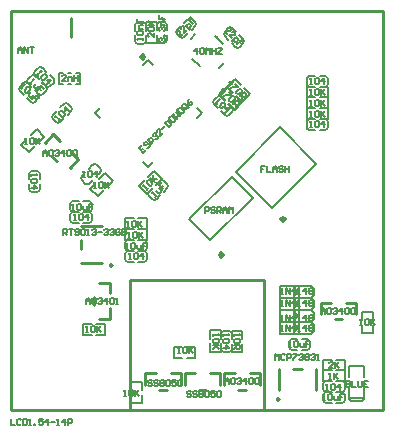
<source format=gto>
G04*
G04 #@! TF.GenerationSoftware,Altium Limited,Altium Designer,20.1.10 (176)*
G04*
G04 Layer_Color=65535*
%FSLAX25Y25*%
%MOIN*%
G70*
G04*
G04 #@! TF.SameCoordinates,F252A181-4E7B-4898-9581-9C64CF10C23C*
G04*
G04*
G04 #@! TF.FilePolarity,Positive*
G04*
G01*
G75*
%ADD10C,0.00600*%
%ADD11C,0.01181*%
%ADD12C,0.01000*%
%ADD13C,0.00787*%
%ADD14R,0.00700X0.01400*%
D10*
X67000Y31743D02*
X66707Y32450D01*
X66000Y32743D01*
X64400D02*
X63693Y32450D01*
X63400Y31743D01*
X63400Y26600D02*
X63693Y25893D01*
X64400Y25600D01*
X66000D02*
X66707Y25893D01*
X67000Y26600D01*
X67202Y133544D02*
X66495Y133837D01*
X65788Y133544D01*
X64657Y132413D02*
X64364Y131705D01*
X64657Y130998D01*
X68293Y127362D02*
X69000Y127069D01*
X69707Y127362D01*
X70838Y128493D02*
X71131Y129200D01*
X70838Y129907D01*
X48761Y133107D02*
X48469Y132400D01*
X48761Y131693D01*
X49893Y130561D02*
X50600Y130269D01*
X51307Y130561D01*
X54944Y134198D02*
X55237Y134905D01*
X54944Y135612D01*
X53813Y136743D02*
X53105Y137036D01*
X52398Y136743D01*
X45638Y80243D02*
X45931Y80950D01*
X45638Y81657D01*
X44507Y82788D02*
X43800Y83081D01*
X43093Y82788D01*
X39456Y79152D02*
X39163Y78445D01*
X39456Y77738D01*
X40587Y76607D02*
X41295Y76314D01*
X42002Y76607D01*
X5119Y114235D02*
X5826Y113942D01*
X6533Y114235D01*
X7665Y115366D02*
X7958Y116074D01*
X7665Y116781D01*
X4028Y120418D02*
X3321Y120711D01*
X2614Y120418D01*
X1483Y119286D02*
X1190Y118579D01*
X1483Y117872D01*
X8557Y102258D02*
X9264Y101965D01*
X9971Y102258D01*
X7425Y104803D02*
X7133Y104096D01*
X7425Y103389D01*
X12477Y108440D02*
X11769Y108732D01*
X11062Y108440D01*
X13608Y105894D02*
X13901Y106601D01*
X13608Y107308D01*
X18150Y81819D02*
X18857Y81526D01*
X19565Y81819D01*
X17019Y84364D02*
X16726Y83657D01*
X17019Y82950D01*
X22070Y88001D02*
X21363Y88294D01*
X20656Y88001D01*
X23201Y85455D02*
X23494Y86162D01*
X23201Y86870D01*
X67243Y105687D02*
X67536Y106395D01*
X67243Y107102D01*
X64698Y104556D02*
X65405Y104263D01*
X66112Y104556D01*
X61062Y109607D02*
X60769Y108900D01*
X61062Y108193D01*
X63607Y110739D02*
X62900Y111031D01*
X62193Y110739D01*
X-992Y116670D02*
X-1285Y115963D01*
X-992Y115256D01*
X1553Y117801D02*
X846Y118094D01*
X139Y117801D01*
X5190Y112750D02*
X5483Y113457D01*
X5190Y114164D01*
X2644Y111619D02*
X3351Y111326D01*
X4059Y111619D01*
X-3538Y114124D02*
X-3830Y113417D01*
X-3538Y112710D01*
X-992Y115256D02*
X-1699Y115549D01*
X-2406Y115256D01*
X2644Y110205D02*
X2937Y110912D01*
X2644Y111619D01*
X99Y109073D02*
X806Y108780D01*
X1513Y109073D01*
X92000Y115100D02*
X92293Y114393D01*
X93000Y114100D01*
Y117700D02*
X92293Y117407D01*
X92000Y116700D01*
X99143Y116700D02*
X98850Y117407D01*
X98143Y117700D01*
Y114100D02*
X98850Y114393D01*
X99143Y115100D01*
X92000Y100700D02*
X92293Y99993D01*
X93000Y99700D01*
Y103300D02*
X92293Y103007D01*
X92000Y102300D01*
X99143Y102300D02*
X98850Y103007D01*
X98143Y103300D01*
Y99700D02*
X98850Y99993D01*
X99143Y100700D01*
X500Y86100D02*
X-207Y85807D01*
X-500Y85100D01*
X3100D02*
X2807Y85807D01*
X2100Y86100D01*
X2100Y78957D02*
X2807Y79250D01*
X3100Y79957D01*
X-500D02*
X-207Y79250D01*
X500Y78957D01*
X44600Y128557D02*
X45307Y128850D01*
X45600Y129557D01*
X42000D02*
X42293Y128850D01*
X43000Y128557D01*
X43000Y135700D02*
X42293Y135407D01*
X42000Y134700D01*
X45600D02*
X45307Y135407D01*
X44600Y135700D01*
X37400Y128457D02*
X38107Y128750D01*
X38400Y129457D01*
X34800D02*
X35093Y128750D01*
X35800Y128457D01*
X35800Y135600D02*
X35093Y135307D01*
X34800Y134600D01*
X38400D02*
X38107Y135307D01*
X37400Y135600D01*
X38743Y58400D02*
X38450Y59107D01*
X37743Y59400D01*
Y55800D02*
X38450Y56093D01*
X38743Y56800D01*
X31600Y56800D02*
X31893Y56093D01*
X32600Y55800D01*
Y59400D02*
X31893Y59107D01*
X31600Y58400D01*
X38743Y62000D02*
X38450Y62707D01*
X37743Y63000D01*
Y59400D02*
X38450Y59693D01*
X38743Y60400D01*
X31600Y60400D02*
X31893Y59693D01*
X32600Y59400D01*
Y63000D02*
X31893Y62707D01*
X31600Y62000D01*
X13257Y73300D02*
X13550Y72593D01*
X14257Y72300D01*
Y75900D02*
X13550Y75607D01*
X13257Y74900D01*
X20400Y74900D02*
X20107Y75607D01*
X19400Y75900D01*
Y72300D02*
X20107Y72593D01*
X20400Y73300D01*
X13273Y69642D02*
X13566Y68935D01*
X14273Y68642D01*
Y72242D02*
X13566Y71949D01*
X13273Y71242D01*
X20416Y71241D02*
X20123Y71948D01*
X19416Y72241D01*
Y68641D02*
X20123Y68934D01*
X20416Y69641D01*
X104700Y14900D02*
X104407Y15607D01*
X103700Y15900D01*
Y12300D02*
X104407Y12593D01*
X104700Y13300D01*
X97557Y13300D02*
X97850Y12593D01*
X98557Y12300D01*
Y15900D02*
X97850Y15607D01*
X97557Y14900D01*
X104700Y11300D02*
X104407Y12007D01*
X103700Y12300D01*
Y8700D02*
X104407Y8993D01*
X104700Y9700D01*
X97557Y9700D02*
X97850Y8993D01*
X98557Y8700D01*
Y12300D02*
X97850Y12007D01*
X97557Y11300D01*
X86100Y27400D02*
X86393Y26693D01*
X87100Y26400D01*
Y30000D02*
X86393Y29707D01*
X86100Y29000D01*
X93243Y29000D02*
X92950Y29707D01*
X92243Y30000D01*
Y26400D02*
X92950Y26693D01*
X93243Y27400D01*
X70600Y25557D02*
Y28357D01*
X67000Y29900D02*
Y32700D01*
X67000Y25557D02*
X70600D01*
X67000D02*
Y28357D01*
X67000Y32700D02*
X70600D01*
Y29900D02*
Y32700D01*
X64400Y32743D02*
X66000D01*
X63400Y29943D02*
Y31743D01*
X67000Y29943D02*
X67000Y31743D01*
X64400Y25600D02*
X66000D01*
X67000Y26600D02*
Y28400D01*
X63400Y26600D02*
Y28400D01*
Y25700D02*
Y28500D01*
X59800Y32843D02*
X59800Y30043D01*
X59800Y25700D02*
X63400D01*
X59800D02*
Y28500D01*
X59800Y32843D02*
X63400Y32843D01*
Y30043D02*
Y32843D01*
X47700Y23700D02*
X50500Y23700D01*
X52043Y27300D02*
X54843D01*
X47700Y23700D02*
Y27300D01*
X50500D01*
X54843Y27300D02*
X54843Y23700D01*
X52043D02*
X54843D01*
X37200Y8600D02*
X37200Y11400D01*
X33600Y12943D02*
Y15743D01*
X33600Y8600D02*
X37200D01*
X33600D02*
Y11400D01*
X33600Y15743D02*
X37200D01*
Y12943D02*
Y15743D01*
X114000Y31957D02*
Y34757D01*
X110400Y36300D02*
Y39100D01*
X110400Y31957D02*
X114000D01*
X110400D02*
Y34757D01*
X110400Y39100D02*
X114000D01*
Y36300D02*
Y39100D01*
X88200Y33800D02*
X89200Y33800D01*
X87800Y32400D02*
Y35200D01*
Y32400D02*
X89200Y33800D01*
X87800Y35200D02*
X89200Y33800D01*
X89500Y32300D02*
Y35300D01*
X90777Y35800D02*
X93400D01*
X94400Y34800D01*
Y32800D02*
Y34800D01*
X90777Y31800D02*
X93400D01*
X94400Y32800D01*
X83200Y35800D02*
X90777D01*
X83200Y31800D02*
X90777Y31800D01*
X83200Y31800D02*
Y35800D01*
X64657Y132413D02*
X65788Y133544D01*
X64657Y130998D02*
X65929Y129726D01*
X67202Y133544D02*
X68475Y132271D01*
X69707Y127362D02*
X70838Y128493D01*
X69566Y131180D02*
X70838Y129907D01*
X67020Y128634D02*
X68293Y127362D01*
X48761Y131693D02*
X49893Y130561D01*
X51307D02*
X52580Y131834D01*
X48761Y133107D02*
X50034Y134380D01*
X53813Y136743D02*
X54944Y135612D01*
X51126Y135471D02*
X52398Y136743D01*
X53671Y132925D02*
X54944Y134198D01*
X44507Y82788D02*
X45638Y81657D01*
X41820Y81516D02*
X43093Y82788D01*
X44366Y78970D02*
X45638Y80243D01*
X39456Y77738D02*
X40587Y76607D01*
X42002D02*
X43274Y77879D01*
X39456Y79152D02*
X40729Y80425D01*
X39220Y84016D02*
X41200Y85996D01*
X38695Y78399D02*
X40674Y80379D01*
X41200Y85996D02*
X43746Y83450D01*
X41766Y81470D02*
X43746Y83450D01*
X36149Y80945D02*
X38695Y78399D01*
X36149Y80945D02*
X38129Y82925D01*
X6533Y114235D02*
X7665Y115366D01*
X6392Y118053D02*
X7665Y116781D01*
X3847Y115508D02*
X5119Y114235D01*
X1483Y119286D02*
X2614Y120418D01*
X1483Y117872D02*
X2756Y116599D01*
X4028Y120418D02*
X5301Y119145D01*
X68409Y85809D02*
X80527Y73692D01*
X68409Y85809D02*
X83101Y100501D01*
X95218Y88384D01*
X80527Y73692D02*
X95218Y88384D01*
X52874Y69933D02*
X59945Y62862D01*
X52874Y69933D02*
X67016Y84075D01*
X74087Y77004D01*
X59945Y62862D02*
X74087Y77004D01*
X83200Y35800D02*
Y39800D01*
Y35800D02*
X90777Y35800D01*
X83200Y39800D02*
X90777D01*
X93400Y35800D02*
X94400Y36800D01*
X90777Y35800D02*
X93400D01*
X94400Y36800D02*
Y38800D01*
X93400Y39800D02*
X94400Y38800D01*
X90777Y39800D02*
X93400D01*
X89500Y36300D02*
Y39300D01*
X87800Y39200D02*
X89200Y37800D01*
X87800Y36400D02*
X89200Y37800D01*
X87800Y36400D02*
Y39200D01*
X88200Y37800D02*
X89200Y37800D01*
X83200Y43800D02*
Y47800D01*
Y43800D02*
X90777Y43800D01*
X83200Y47800D02*
X90777D01*
X93400Y43800D02*
X94400Y44800D01*
X90777Y43800D02*
X93400D01*
X94400Y44800D02*
Y46800D01*
X93400Y47800D02*
X94400Y46800D01*
X90777Y47800D02*
X93400D01*
X89500Y44300D02*
Y47300D01*
X87800Y47200D02*
X89200Y45800D01*
X87800Y44400D02*
X89200Y45800D01*
X87800Y44400D02*
Y47200D01*
X88200Y45800D02*
X89200Y45800D01*
X83200Y39800D02*
Y43800D01*
Y39800D02*
X90777Y39800D01*
X83200Y43800D02*
X90777D01*
X93400Y39800D02*
X94400Y40800D01*
X90777Y39800D02*
X93400D01*
X94400Y40800D02*
Y42800D01*
X93400Y43800D02*
X94400Y42800D01*
X90777Y43800D02*
X93400D01*
X89500Y40300D02*
Y43300D01*
X87800Y43200D02*
X89200Y41800D01*
X87800Y40400D02*
X89200Y41800D01*
X87800Y40400D02*
Y43200D01*
X88200Y41800D02*
X89200Y41800D01*
X25429Y80682D02*
X27408Y82662D01*
X24863Y85208D02*
X27408Y82662D01*
X19812Y80157D02*
X21792Y82137D01*
X19812Y80157D02*
X22357Y77612D01*
X22883Y83228D02*
X24863Y85208D01*
X22357Y77612D02*
X24337Y79592D01*
X68100Y116646D02*
X70080Y114666D01*
X65554Y114100D02*
X68100Y116646D01*
X68625Y111029D02*
X70605Y109049D01*
X73151Y111594D01*
X65554Y114100D02*
X67534Y112120D01*
X71171Y113574D02*
X73151Y111594D01*
X65500Y114046D02*
X67480Y112066D01*
X62954Y111500D02*
X65500Y114046D01*
X66025Y108429D02*
X68005Y106449D01*
X70551Y108994D01*
X62954Y111500D02*
X64934Y109520D01*
X68571Y110974D02*
X70551Y108994D01*
X92000Y114100D02*
X94800D01*
X92000Y110500D02*
Y114100D01*
X96343Y110500D02*
X99143D01*
Y114100D01*
X92000Y110500D02*
X94800D01*
X96343Y114100D02*
X99143D01*
X92000Y106900D02*
X94800D01*
X92000Y103300D02*
Y106900D01*
X96343Y103300D02*
X99143D01*
Y106900D01*
X92000Y103300D02*
X94800D01*
X96343Y106900D02*
X99143D01*
X42000Y132900D02*
Y135700D01*
X38400D02*
X42000D01*
X38400Y128557D02*
Y131357D01*
Y128557D02*
X42000D01*
X38400Y132900D02*
Y135700D01*
X42000Y128557D02*
Y131357D01*
X92000Y110500D02*
X94800D01*
X92000Y106900D02*
Y110500D01*
X96343Y106900D02*
X99143D01*
Y110500D01*
X92000Y106900D02*
X94800D01*
X96343Y110500D02*
X99143D01*
X2571Y95325D02*
X4551Y97305D01*
X2005Y99851D02*
X4551Y97305D01*
X-3046Y94800D02*
X-1066Y96780D01*
X-3046Y94800D02*
X-500Y92254D01*
X26Y97871D02*
X2005Y99851D01*
X-500Y92254D02*
X1480Y94234D01*
X31557Y70200D02*
X34357D01*
X31557Y66600D02*
Y70200D01*
X35900Y66600D02*
X38700D01*
Y70200D01*
X31557Y66600D02*
X34357D01*
X35900Y70200D02*
X38700D01*
X17557Y35000D02*
X20357D01*
X17557Y31400D02*
Y35000D01*
X21900Y31400D02*
X24700D01*
Y35000D01*
X17557Y31400D02*
X20357D01*
X21900Y35000D02*
X24700Y35000D01*
X101900Y15900D02*
X104700D01*
Y19500D01*
X97557Y19500D02*
X100357D01*
X97557Y15900D02*
Y19500D01*
X101900Y19500D02*
X104700D01*
X97557Y15900D02*
X100357Y15900D01*
X31557Y66600D02*
X34357D01*
X31557Y63000D02*
Y66600D01*
X35900Y63000D02*
X38700D01*
Y66600D01*
X31557Y63000D02*
X34357D01*
X35900Y66600D02*
X38700D01*
X97557Y23100D02*
X100357D01*
X97557Y19500D02*
Y23100D01*
X101900Y19500D02*
X104700D01*
Y23100D01*
X97557Y19500D02*
X100357D01*
X101900Y23100D02*
X104700D01*
X16643Y115000D02*
Y118600D01*
X12571Y115000D02*
X13571D01*
X12572Y118600D02*
X13572Y118600D01*
X9500Y115000D02*
X10900D01*
X9500Y118600D02*
X10900D01*
X9500Y115000D02*
Y118600D01*
X15243Y115000D02*
X16643D01*
X15243Y118600D02*
X16643D01*
X7425Y104803D02*
X8698Y106076D01*
X9971Y102258D02*
X11244Y103530D01*
X7425Y103389D02*
X8557Y102258D01*
X12335Y104621D02*
X13608Y105894D01*
X9789Y107167D02*
X11062Y108440D01*
X12477D02*
X13608Y107308D01*
X17019Y84364D02*
X18292Y85637D01*
X19565Y81819D02*
X20837Y83092D01*
X17019Y82950D02*
X18150Y81819D01*
X21928Y84183D02*
X23201Y85455D01*
X19383Y86728D02*
X20656Y88001D01*
X22070D02*
X23201Y86870D01*
X63425Y105829D02*
X64698Y104556D01*
X65971Y108374D02*
X67243Y107102D01*
X66112Y104556D02*
X67243Y105687D01*
X63607Y110739D02*
X64880Y109466D01*
X61062Y108193D02*
X62334Y106920D01*
X61062Y109607D02*
X62193Y110739D01*
X1553Y117801D02*
X2826Y116528D01*
X-992Y115256D02*
X281Y113983D01*
X-992Y116670D02*
X139Y117801D01*
X1372Y112892D02*
X2644Y111619D01*
X3917Y115437D02*
X5190Y114164D01*
X4059Y111619D02*
X5190Y112750D01*
X-992Y115256D02*
X281Y113983D01*
X-3538Y112710D02*
X-2265Y111437D01*
X-3538Y114124D02*
X-2406Y115256D01*
X-1174Y110346D02*
X99Y109073D01*
X1372Y112892D02*
X2644Y111619D01*
X1513Y109073D02*
X2644Y110205D01*
X93000Y117700D02*
X94800D01*
X93000Y114100D02*
X94800D01*
X92000Y115100D02*
Y116700D01*
X96343Y114100D02*
X98143Y114100D01*
X96343Y117700D02*
X98143D01*
X99143Y115100D02*
Y116700D01*
X93000Y103300D02*
X94800D01*
X93000Y99700D02*
X94800D01*
X92000Y100700D02*
Y102300D01*
X96343Y99700D02*
X98143Y99700D01*
X96343Y103300D02*
X98143D01*
X99143Y100700D02*
Y102300D01*
X3100Y83300D02*
Y85100D01*
X-500Y83300D02*
Y85100D01*
X500Y86100D02*
X2100D01*
X-500Y79957D02*
X-500Y81757D01*
X3100Y79957D02*
Y81757D01*
X500Y78957D02*
X2100D01*
X42000Y129557D02*
Y131357D01*
X45600Y129557D02*
Y131357D01*
X43000Y128557D02*
X44600D01*
X45600Y132900D02*
X45600Y134700D01*
X42000Y132900D02*
Y134700D01*
X43000Y135700D02*
X44600D01*
X34800Y129457D02*
Y131257D01*
X38400Y129457D02*
Y131257D01*
X35800Y128457D02*
X37400D01*
X38400Y132800D02*
X38400Y134600D01*
X34800Y132800D02*
Y134600D01*
X35800Y135600D02*
X37400D01*
X35943Y55800D02*
X37743D01*
X35943Y59400D02*
X37743D01*
X38743Y56800D02*
Y58400D01*
X32600Y59400D02*
X34400D01*
X32600Y55800D02*
X34400Y55800D01*
X31600Y56800D02*
Y58400D01*
X35943Y59400D02*
X37743D01*
X35943Y63000D02*
X37743D01*
X38743Y60400D02*
X38743Y62000D01*
X32600Y63000D02*
X34400D01*
X32600Y59400D02*
X34400D01*
X31600Y60400D02*
Y62000D01*
X14257Y75900D02*
X16057D01*
X14257Y72300D02*
X16057D01*
X13257Y73300D02*
Y74900D01*
X17600Y72300D02*
X19400Y72300D01*
X17600Y75900D02*
X19400D01*
X20400Y73300D02*
Y74900D01*
X14273Y72242D02*
X16073Y72242D01*
X14273Y68642D02*
X16073D01*
X13273Y69642D02*
Y71242D01*
X17616Y68641D02*
X19416Y68641D01*
X17616Y72241D02*
X19416Y72241D01*
X20416Y69641D02*
Y71241D01*
X101900Y12300D02*
X103700D01*
X101900Y15900D02*
X103700D01*
X104700Y13300D02*
Y14900D01*
X98557Y15900D02*
X100357Y15900D01*
X98557Y12300D02*
X100357D01*
X97557Y13300D02*
Y14900D01*
X101900Y8700D02*
X103700D01*
X101900Y12300D02*
X103700D01*
X104700Y9700D02*
Y11300D01*
X98557Y12300D02*
X100357Y12300D01*
X98557Y8700D02*
X100357D01*
X97557Y9700D02*
Y11300D01*
X87100Y30000D02*
X88900D01*
X87100Y26400D02*
X88900D01*
X86100Y27400D02*
Y29000D01*
X90443Y26400D02*
X92243Y26400D01*
X90443Y30000D02*
X92243D01*
X93243Y27400D02*
Y29000D01*
X106900Y9218D02*
X107000D01*
X106200Y9918D02*
X106900Y9218D01*
X110500D02*
X111200Y9918D01*
X110400Y9218D02*
X110500D01*
X106200Y17218D02*
Y21118D01*
X106300Y10218D02*
X111100D01*
X111200Y9918D02*
Y14318D01*
X107059Y9218D02*
X110241D01*
X111200Y17218D02*
Y21118D01*
X106300D02*
X111100D01*
X106200Y9918D02*
Y14318D01*
X107000Y9218D02*
X107059D01*
X110241D02*
X110400D01*
X53491Y130045D02*
X54976Y131530D01*
X53986Y123469D02*
X56602Y120853D01*
X62966Y120428D02*
X64592Y122055D01*
X61481Y131106D02*
X64168Y128419D01*
X61481Y131106D02*
X62330Y130257D01*
X31201Y11100D02*
X31867D01*
X31534D01*
Y13100D01*
X31201Y12766D01*
X32867D02*
X33200Y13100D01*
X33867D01*
X34200Y12766D01*
Y11434D01*
X33867Y11100D01*
X33200D01*
X32867Y11434D01*
Y12766D01*
X34866Y13100D02*
Y11100D01*
Y11767D01*
X36199Y13100D01*
X35199Y12100D01*
X36199Y11100D01*
X49001Y25200D02*
X49667D01*
X49334D01*
Y27200D01*
X49001Y26866D01*
X50667D02*
X51000Y27200D01*
X51667D01*
X52000Y26866D01*
Y25534D01*
X51667Y25200D01*
X51000D01*
X50667Y25534D01*
Y26866D01*
X52666Y27200D02*
Y25200D01*
Y25867D01*
X53999Y27200D01*
X53000Y26200D01*
X53999Y25200D01*
X40468Y15867D02*
X40135Y16200D01*
X39468D01*
X39135Y15867D01*
Y15533D01*
X39468Y15200D01*
X40135D01*
X40468Y14867D01*
Y14534D01*
X40135Y14200D01*
X39468D01*
X39135Y14534D01*
X42467Y15867D02*
X42134Y16200D01*
X41468D01*
X41135Y15867D01*
Y15533D01*
X41468Y15200D01*
X42134D01*
X42467Y14867D01*
Y14534D01*
X42134Y14200D01*
X41468D01*
X41135Y14534D01*
X43134Y15867D02*
X43467Y16200D01*
X44134D01*
X44467Y15867D01*
Y15533D01*
X44134Y15200D01*
X44467Y14867D01*
Y14534D01*
X44134Y14200D01*
X43467D01*
X43134Y14534D01*
Y14867D01*
X43467Y15200D01*
X43134Y15533D01*
Y15867D01*
X43467Y15200D02*
X44134D01*
X45133Y15867D02*
X45467Y16200D01*
X46133D01*
X46466Y15867D01*
Y14534D01*
X46133Y14200D01*
X45467D01*
X45133Y14534D01*
Y15867D01*
X48465Y16200D02*
X47133D01*
Y15200D01*
X47799Y15533D01*
X48132D01*
X48465Y15200D01*
Y14534D01*
X48132Y14200D01*
X47466D01*
X47133Y14534D01*
X49132Y15867D02*
X49465Y16200D01*
X50132D01*
X50465Y15867D01*
Y14534D01*
X50132Y14200D01*
X49465D01*
X49132Y14534D01*
Y15867D01*
X53468Y12167D02*
X53135Y12500D01*
X52468D01*
X52135Y12167D01*
Y11833D01*
X52468Y11500D01*
X53135D01*
X53468Y11167D01*
Y10834D01*
X53135Y10500D01*
X52468D01*
X52135Y10834D01*
X55467Y12167D02*
X55134Y12500D01*
X54468D01*
X54135Y12167D01*
Y11833D01*
X54468Y11500D01*
X55134D01*
X55467Y11167D01*
Y10834D01*
X55134Y10500D01*
X54468D01*
X54135Y10834D01*
X56134Y12167D02*
X56467Y12500D01*
X57134D01*
X57467Y12167D01*
Y11833D01*
X57134Y11500D01*
X57467Y11167D01*
Y10834D01*
X57134Y10500D01*
X56467D01*
X56134Y10834D01*
Y11167D01*
X56467Y11500D01*
X56134Y11833D01*
Y12167D01*
X56467Y11500D02*
X57134D01*
X58133Y12167D02*
X58467Y12500D01*
X59133D01*
X59466Y12167D01*
Y10834D01*
X59133Y10500D01*
X58467D01*
X58133Y10834D01*
Y12167D01*
X61466Y12500D02*
X60133D01*
Y11500D01*
X60799Y11833D01*
X61132D01*
X61466Y11500D01*
Y10834D01*
X61132Y10500D01*
X60466D01*
X60133Y10834D01*
X62132Y12167D02*
X62465Y12500D01*
X63132D01*
X63465Y12167D01*
Y10834D01*
X63132Y10500D01*
X62465D01*
X62132Y10834D01*
Y12167D01*
X-6405Y3426D02*
Y1427D01*
X-5072D01*
X-3073Y3093D02*
X-3406Y3426D01*
X-4072D01*
X-4405Y3093D01*
Y1760D01*
X-4072Y1427D01*
X-3406D01*
X-3073Y1760D01*
X-2406Y3426D02*
Y1427D01*
X-1406D01*
X-1073Y1760D01*
Y3093D01*
X-1406Y3426D01*
X-2406D01*
X-407Y1427D02*
X260D01*
X-73D01*
Y3426D01*
X-407Y3093D01*
X1259Y1427D02*
Y1760D01*
X1593D01*
Y1427D01*
X1259D01*
X4259Y3426D02*
X2926D01*
Y2427D01*
X3592Y2760D01*
X3925D01*
X4259Y2427D01*
Y1760D01*
X3925Y1427D01*
X3259D01*
X2926Y1760D01*
X5925Y1427D02*
Y3426D01*
X4925Y2427D01*
X6258D01*
X6924D02*
X8257D01*
X8924Y1427D02*
X9590D01*
X9257D01*
Y3426D01*
X8924Y3093D01*
X11590Y1427D02*
Y3426D01*
X10590Y2427D01*
X11923D01*
X12589Y1427D02*
Y3426D01*
X13589D01*
X13922Y3093D01*
Y2427D01*
X13589Y2093D01*
X12589D01*
X83369Y32800D02*
X84035D01*
X83702D01*
Y34800D01*
X83369Y34466D01*
X85035Y32800D02*
Y34800D01*
X86368Y32800D01*
Y34800D01*
X88034Y32800D02*
Y34800D01*
X87034Y33800D01*
X88367D01*
X89033Y32800D02*
X89700D01*
X89367D01*
Y34800D01*
X89033Y34466D01*
X91699Y32800D02*
Y34800D01*
X90699Y33800D01*
X92032D01*
X92699Y34466D02*
X93032Y34800D01*
X93699D01*
X94032Y34466D01*
Y34133D01*
X93699Y33800D01*
X94032Y33467D01*
Y33134D01*
X93699Y32800D01*
X93032D01*
X92699Y33134D01*
Y33467D01*
X93032Y33800D01*
X92699Y34133D01*
Y34466D01*
X93032Y33800D02*
X93699D01*
X-4305Y125327D02*
Y126660D01*
X-3638Y127326D01*
X-2972Y126660D01*
Y125327D01*
Y126327D01*
X-4305D01*
X-2305Y125327D02*
Y127326D01*
X-972Y125327D01*
Y127326D01*
X-306D02*
X1027D01*
X360D01*
Y125327D01*
X37124Y94502D02*
X36181Y93559D01*
X37595Y92145D01*
X38537Y93088D01*
X36888Y92852D02*
X37359Y93324D01*
X38773Y95680D02*
X38302D01*
X37831Y95209D01*
X37831Y94737D01*
X38066Y94502D01*
X38537D01*
X39009Y94973D01*
X39480D01*
X39716Y94737D01*
Y94266D01*
X39244Y93795D01*
X38773D01*
X40423Y94973D02*
X39009Y96387D01*
X39716Y97094D01*
X40187D01*
X40658Y96622D01*
X40658Y96151D01*
X39951Y95444D01*
X40658Y97565D02*
X40658Y98036D01*
X41129Y98507D01*
X41601D01*
X41836Y98272D01*
Y97800D01*
X41601Y97565D01*
X41836Y97800D01*
X42308D01*
X42543Y97565D01*
Y97094D01*
X42072Y96622D01*
X41601D01*
X44193Y98743D02*
X43250Y97800D01*
Y99686D01*
X43014Y99921D01*
X42543D01*
X42072Y99450D01*
X42072Y98979D01*
X43957Y99921D02*
X44899Y100864D01*
X44664Y102042D02*
X46078Y100628D01*
X46784Y101335D01*
Y101806D01*
X45842Y102749D01*
X45371D01*
X44664Y102042D01*
X46313Y103220D02*
Y103691D01*
X46784Y104162D01*
X47256D01*
X48198Y103220D01*
X48198Y102749D01*
X47727Y102277D01*
X47256D01*
X46313Y103220D01*
X47491Y104869D02*
X48905Y103455D01*
Y104398D01*
X49848D01*
X48434Y105812D01*
X48905Y106283D02*
X50319Y104869D01*
X51026Y105576D01*
X51026Y106047D01*
X50083Y106990D01*
X49612D01*
X48905Y106283D01*
X52439Y107461D02*
X51497Y108404D01*
X51026D01*
X50555Y107932D01*
Y107461D01*
X51497Y106519D01*
X51968D01*
X52439Y106990D01*
X51733Y107226D02*
X52675D01*
X52439Y106990D02*
X52439Y107461D01*
X52675Y110053D02*
X52439Y109346D01*
Y108404D01*
X52911Y107932D01*
X53382D01*
X53853Y108404D01*
Y108875D01*
X53618Y109110D01*
X53146D01*
X52439Y108404D01*
X9440Y102726D02*
X9911Y103197D01*
X9675Y102962D01*
X8262Y104375D01*
X8262Y103904D01*
X9440Y105082D02*
X9440Y105553D01*
X9911Y106025D01*
X10382D01*
X11325Y105082D01*
Y104611D01*
X10853Y104140D01*
X10382D01*
X9440Y105082D01*
X12739Y106025D02*
X11325Y107439D01*
Y106025D01*
X12267Y106967D01*
X55395Y125027D02*
Y127026D01*
X54395Y126026D01*
X55728D01*
X56395Y126693D02*
X56728Y127026D01*
X57394D01*
X57727Y126693D01*
Y125360D01*
X57394Y125027D01*
X56728D01*
X56395Y125360D01*
Y126693D01*
X58394Y125027D02*
Y127026D01*
X59060Y126360D01*
X59727Y127026D01*
Y125027D01*
X60393Y127026D02*
Y125027D01*
Y126026D01*
X61726D01*
Y127026D01*
Y125027D01*
X62393Y127026D02*
X63726D01*
Y126693D01*
X62393Y125360D01*
Y125027D01*
X63726D01*
X58195Y71827D02*
Y73826D01*
X59195D01*
X59528Y73493D01*
Y72826D01*
X59195Y72493D01*
X58195D01*
X61528Y73493D02*
X61194Y73826D01*
X60528D01*
X60195Y73493D01*
Y73160D01*
X60528Y72826D01*
X61194D01*
X61528Y72493D01*
Y72160D01*
X61194Y71827D01*
X60528D01*
X60195Y72160D01*
X62194Y71827D02*
Y73826D01*
X63194D01*
X63527Y73493D01*
Y72826D01*
X63194Y72493D01*
X62194D01*
X62860D02*
X63527Y71827D01*
X64193D02*
Y73160D01*
X64860Y73826D01*
X65526Y73160D01*
Y71827D01*
Y72826D01*
X64193D01*
X66193Y71827D02*
Y73826D01*
X66859Y73160D01*
X67526Y73826D01*
Y71827D01*
X78128Y87726D02*
X76795D01*
Y86726D01*
X77462D01*
X76795D01*
Y85727D01*
X78795Y87726D02*
Y85727D01*
X80128D01*
X80794D02*
Y87060D01*
X81460Y87726D01*
X82127Y87060D01*
Y85727D01*
Y86726D01*
X80794D01*
X84126Y87393D02*
X83793Y87726D01*
X83127D01*
X82793Y87393D01*
Y87060D01*
X83127Y86726D01*
X83793D01*
X84126Y86393D01*
Y86060D01*
X83793Y85727D01*
X83127D01*
X82793Y86060D01*
X84793Y87726D02*
Y85727D01*
Y86726D01*
X86126D01*
Y87726D01*
Y85727D01*
X10714Y64500D02*
Y66500D01*
X11714D01*
X12047Y66167D01*
Y65500D01*
X11714Y65167D01*
X10714D01*
X11381D02*
X12047Y64500D01*
X12714Y66500D02*
X14047D01*
X13380D01*
Y64500D01*
X14713Y64834D02*
X15046Y64500D01*
X15713D01*
X16046Y64834D01*
Y66167D01*
X15713Y66500D01*
X15046D01*
X14713Y66167D01*
Y65833D01*
X15046Y65500D01*
X16046D01*
X16713Y66167D02*
X17046Y66500D01*
X17712D01*
X18045Y66167D01*
Y64834D01*
X17712Y64500D01*
X17046D01*
X16713Y64834D01*
Y66167D01*
X18712Y64500D02*
X19378D01*
X19045D01*
Y66500D01*
X18712Y66167D01*
X20378D02*
X20711Y66500D01*
X21378D01*
X21711Y66167D01*
Y65833D01*
X21378Y65500D01*
X21044D01*
X21378D01*
X21711Y65167D01*
Y64834D01*
X21378Y64500D01*
X20711D01*
X20378Y64834D01*
X22377Y65500D02*
X23710D01*
X24377Y66167D02*
X24710Y66500D01*
X25376D01*
X25710Y66167D01*
Y65833D01*
X25376Y65500D01*
X25043D01*
X25376D01*
X25710Y65167D01*
Y64834D01*
X25376Y64500D01*
X24710D01*
X24377Y64834D01*
X26376Y66167D02*
X26709Y66500D01*
X27376D01*
X27709Y66167D01*
Y65833D01*
X27376Y65500D01*
X27042D01*
X27376D01*
X27709Y65167D01*
Y64834D01*
X27376Y64500D01*
X26709D01*
X26376Y64834D01*
X29708Y66167D02*
X29375Y66500D01*
X28709D01*
X28375Y66167D01*
Y64834D01*
X28709Y64500D01*
X29375D01*
X29708Y64834D01*
Y65500D01*
X29042D01*
X30375Y66500D02*
Y64500D01*
X31374D01*
X31708Y64834D01*
Y65167D01*
X31374Y65500D01*
X30375D01*
X31374D01*
X31708Y65833D01*
Y66167D01*
X31374Y66500D01*
X30375D01*
X81396Y23059D02*
Y25058D01*
X82062Y24392D01*
X82729Y25058D01*
Y23059D01*
X84728Y24725D02*
X84395Y25058D01*
X83728D01*
X83395Y24725D01*
Y23392D01*
X83728Y23059D01*
X84395D01*
X84728Y23392D01*
X85395Y23059D02*
Y25058D01*
X86394D01*
X86727Y24725D01*
Y24058D01*
X86394Y23725D01*
X85395D01*
X87394Y25058D02*
X88727D01*
Y24725D01*
X87394Y23392D01*
Y23059D01*
X89393Y24725D02*
X89727Y25058D01*
X90393D01*
X90726Y24725D01*
Y24392D01*
X90393Y24058D01*
X90060D01*
X90393D01*
X90726Y23725D01*
Y23392D01*
X90393Y23059D01*
X89727D01*
X89393Y23392D01*
X91393Y24725D02*
X91726Y25058D01*
X92392D01*
X92725Y24725D01*
Y24392D01*
X92392Y24058D01*
X92725Y23725D01*
Y23392D01*
X92392Y23059D01*
X91726D01*
X91393Y23392D01*
Y23725D01*
X91726Y24058D01*
X91393Y24392D01*
Y24725D01*
X91726Y24058D02*
X92392D01*
X93392Y24725D02*
X93725Y25058D01*
X94392D01*
X94725Y24725D01*
Y24392D01*
X94392Y24058D01*
X94058D01*
X94392D01*
X94725Y23725D01*
Y23392D01*
X94392Y23059D01*
X93725D01*
X93392Y23392D01*
X95391Y23059D02*
X96058D01*
X95724D01*
Y25058D01*
X95391Y24725D01*
X38740Y79726D02*
X39211Y80197D01*
X38975Y79962D01*
X37562Y81375D01*
X37562Y80904D01*
X38740Y82082D02*
X38740Y82553D01*
X39211Y83025D01*
X39682D01*
X40625Y82082D01*
Y81611D01*
X40153Y81140D01*
X39682D01*
X38740Y82082D01*
X39918Y83732D02*
X41332Y82318D01*
X40860Y82789D01*
Y84674D01*
Y83260D01*
X42274Y83260D01*
X21095Y80427D02*
X21762D01*
X21429D01*
Y82426D01*
X21095Y82093D01*
X22761D02*
X23095Y82426D01*
X23761D01*
X24094Y82093D01*
Y80760D01*
X23761Y80427D01*
X23095D01*
X22761Y80760D01*
Y82093D01*
X24761Y82426D02*
Y80427D01*
Y81093D01*
X26094Y82426D01*
X25094Y81427D01*
X26094Y80427D01*
X66175Y114373D02*
X67589Y115787D01*
X66175Y115787D01*
X67117Y114844D01*
X68295Y115080D02*
X69238Y114137D01*
X69002Y113902D01*
X67117D01*
X66882Y113666D01*
X69473Y113430D02*
X69945D01*
X70416Y112959D01*
Y112488D01*
X69473Y111545D01*
X69002Y111545D01*
X68531Y112017D01*
Y112488D01*
X69473Y113430D01*
X69709Y110838D02*
X71123Y112252D01*
X71830Y111545D01*
Y111074D01*
X71359Y110603D01*
X70887Y110603D01*
X70180Y111310D01*
X70652Y110838D02*
Y109896D01*
X63908Y111778D02*
X65322Y113192D01*
X63908Y113192D01*
X64851Y112249D01*
X66029Y112485D02*
X66971Y111542D01*
X66736Y111307D01*
X64851D01*
X64615Y111071D01*
X67207Y110836D02*
X67678D01*
X68149Y110364D01*
Y109893D01*
X67207Y108951D01*
X66736Y108951D01*
X66264Y109422D01*
Y109893D01*
X67207Y110836D01*
X67443Y108244D02*
X68856Y109658D01*
X69563Y108951D01*
Y108479D01*
X69092Y108008D01*
X68621Y108008D01*
X67914Y108715D01*
X68385Y108244D02*
Y107301D01*
X93095Y111327D02*
X93762D01*
X93428D01*
Y113326D01*
X93095Y112993D01*
X94761D02*
X95095Y113326D01*
X95761D01*
X96094Y112993D01*
Y111660D01*
X95761Y111327D01*
X95095D01*
X94761Y111660D01*
Y112993D01*
X96761Y113326D02*
Y111327D01*
Y111993D01*
X98094Y113326D01*
X97094Y112327D01*
X98094Y111327D01*
X93095Y104127D02*
X93762D01*
X93428D01*
Y106126D01*
X93095Y105793D01*
X94761D02*
X95095Y106126D01*
X95761D01*
X96094Y105793D01*
Y104460D01*
X95761Y104127D01*
X95095D01*
X94761Y104460D01*
Y105793D01*
X96761Y106126D02*
Y104127D01*
Y104793D01*
X98094Y106126D01*
X97094Y105127D01*
X98094Y104127D01*
X41231Y132056D02*
Y130723D01*
X39898Y132056D01*
X39565D01*
X39232Y131722D01*
Y131056D01*
X39565Y130723D01*
Y132722D02*
X39232Y133055D01*
Y133722D01*
X39565Y134055D01*
X40898D01*
X41231Y133722D01*
Y133055D01*
X40898Y132722D01*
X39565D01*
X39232Y134721D02*
X41231D01*
X40564D01*
X39232Y136054D01*
X40231Y135055D01*
X41231Y136054D01*
X93095Y107727D02*
X93762D01*
X93428D01*
Y109726D01*
X93095Y109393D01*
X94761D02*
X95095Y109726D01*
X95761D01*
X96094Y109393D01*
Y108060D01*
X95761Y107727D01*
X95095D01*
X94761Y108060D01*
Y109393D01*
X96761Y109726D02*
Y107727D01*
Y108393D01*
X98094Y109726D01*
X97094Y108727D01*
X98094Y107727D01*
X109701Y34600D02*
X110367D01*
X110034D01*
Y36600D01*
X109701Y36266D01*
X111367D02*
X111700Y36600D01*
X112367D01*
X112700Y36266D01*
Y34934D01*
X112367Y34600D01*
X111700D01*
X111367Y34934D01*
Y36266D01*
X113366Y36600D02*
Y34600D01*
Y35267D01*
X114699Y36600D01*
X113699Y35600D01*
X114699Y34600D01*
X-1705Y95027D02*
X-1038D01*
X-1371D01*
Y97026D01*
X-1705Y96693D01*
X-39D02*
X295Y97026D01*
X961D01*
X1294Y96693D01*
Y95360D01*
X961Y95027D01*
X295D01*
X-39Y95360D01*
Y96693D01*
X1961Y97026D02*
Y95027D01*
Y95693D01*
X3294Y97026D01*
X2294Y96026D01*
X3294Y95027D01*
X60800Y31699D02*
Y31033D01*
Y31366D01*
X62800D01*
X62466Y31699D01*
Y30033D02*
X62800Y29700D01*
Y29033D01*
X62466Y28700D01*
X61134D01*
X60800Y29033D01*
Y29700D01*
X61134Y30033D01*
X62466D01*
X62800Y28034D02*
X60800D01*
X61467D01*
X62800Y26701D01*
X61800Y27700D01*
X60800Y26701D01*
X67795Y31626D02*
Y30959D01*
Y31293D01*
X69794D01*
X69461Y31626D01*
Y29960D02*
X69794Y29626D01*
Y28960D01*
X69461Y28627D01*
X68128D01*
X67795Y28960D01*
Y29626D01*
X68128Y29960D01*
X69461D01*
X67795Y27960D02*
X69794D01*
Y26961D01*
X69461Y26627D01*
X68795D01*
X68461Y26961D01*
Y27960D01*
Y27294D02*
X67795Y26627D01*
X32301Y67400D02*
X32967D01*
X32634D01*
Y69400D01*
X32301Y69067D01*
X33967D02*
X34300Y69400D01*
X34967D01*
X35300Y69067D01*
Y67734D01*
X34967Y67400D01*
X34300D01*
X33967Y67734D01*
Y69067D01*
X35966Y69400D02*
Y67400D01*
Y68067D01*
X37299Y69400D01*
X36299Y68400D01*
X37299Y67400D01*
X18595Y32227D02*
X19262D01*
X18928D01*
Y34226D01*
X18595Y33893D01*
X20261D02*
X20595Y34226D01*
X21261D01*
X21594Y33893D01*
Y32560D01*
X21261Y32227D01*
X20595D01*
X20261Y32560D01*
Y33893D01*
X22261Y34226D02*
Y32227D01*
Y32893D01*
X23594Y34226D01*
X22594Y33226D01*
X23594Y32227D01*
X99595Y16727D02*
X100262D01*
X99928D01*
Y18726D01*
X99595Y18393D01*
X101261Y18726D02*
Y16727D01*
Y17393D01*
X102594Y18726D01*
X101595Y17727D01*
X102594Y16727D01*
X32501Y63800D02*
X33167D01*
X32834D01*
Y65800D01*
X32501Y65466D01*
X34167D02*
X34500Y65800D01*
X35167D01*
X35500Y65466D01*
Y64134D01*
X35167Y63800D01*
X34500D01*
X34167Y64134D01*
Y65466D01*
X36166Y65800D02*
Y63800D01*
Y64467D01*
X37499Y65800D01*
X36500Y64800D01*
X37499Y63800D01*
X100828Y20327D02*
X99495D01*
X100828Y21660D01*
Y21993D01*
X100495Y22326D01*
X99828D01*
X99495Y21993D01*
X101495Y22326D02*
Y20327D01*
Y20993D01*
X102828Y22326D01*
X101828Y21327D01*
X102828Y20327D01*
X4095Y91127D02*
Y92460D01*
X4762Y93126D01*
X5428Y92460D01*
Y91127D01*
Y92127D01*
X4095D01*
X7094Y93126D02*
X6428D01*
X6095Y92793D01*
Y91460D01*
X6428Y91127D01*
X7094D01*
X7428Y91460D01*
Y92793D01*
X7094Y93126D01*
X8094Y92793D02*
X8427Y93126D01*
X9094D01*
X9427Y92793D01*
Y92460D01*
X9094Y92127D01*
X8760D01*
X9094D01*
X9427Y91793D01*
Y91460D01*
X9094Y91127D01*
X8427D01*
X8094Y91460D01*
X11093Y91127D02*
Y93126D01*
X10093Y92127D01*
X11426D01*
X12093Y92793D02*
X12426Y93126D01*
X13092D01*
X13426Y92793D01*
Y91460D01*
X13092Y91127D01*
X12426D01*
X12093Y91460D01*
Y92793D01*
X14092D02*
X14425Y93126D01*
X15092D01*
X15425Y92793D01*
Y91460D01*
X15092Y91127D01*
X14425D01*
X14092Y91460D01*
Y92793D01*
X64795Y14827D02*
Y16160D01*
X65462Y16826D01*
X66128Y16160D01*
Y14827D01*
Y15826D01*
X64795D01*
X67794Y16826D02*
X67128D01*
X66795Y16493D01*
Y15160D01*
X67128Y14827D01*
X67794D01*
X68128Y15160D01*
Y16493D01*
X67794Y16826D01*
X68794Y16493D02*
X69127Y16826D01*
X69794D01*
X70127Y16493D01*
Y16160D01*
X69794Y15826D01*
X69460D01*
X69794D01*
X70127Y15493D01*
Y15160D01*
X69794Y14827D01*
X69127D01*
X68794Y15160D01*
X71793Y14827D02*
Y16826D01*
X70793Y15826D01*
X72126D01*
X72793Y16493D02*
X73126Y16826D01*
X73792D01*
X74126Y16493D01*
Y15160D01*
X73792Y14827D01*
X73126D01*
X72793Y15160D01*
Y16493D01*
X74792D02*
X75125Y16826D01*
X75792D01*
X76125Y16493D01*
Y15160D01*
X75792Y14827D01*
X75125D01*
X74792Y15160D01*
Y16493D01*
X96895Y38327D02*
Y39660D01*
X97562Y40326D01*
X98228Y39660D01*
Y38327D01*
Y39327D01*
X96895D01*
X99894Y40326D02*
X99228D01*
X98895Y39993D01*
Y38660D01*
X99228Y38327D01*
X99894D01*
X100227Y38660D01*
Y39993D01*
X99894Y40326D01*
X100894Y39993D02*
X101227Y40326D01*
X101894D01*
X102227Y39993D01*
Y39660D01*
X101894Y39327D01*
X101560D01*
X101894D01*
X102227Y38993D01*
Y38660D01*
X101894Y38327D01*
X101227D01*
X100894Y38660D01*
X103893Y38327D02*
Y40326D01*
X102893Y39327D01*
X104226D01*
X104893Y39993D02*
X105226Y40326D01*
X105892D01*
X106226Y39993D01*
Y38660D01*
X105892Y38327D01*
X105226D01*
X104893Y38660D01*
Y39993D01*
X106892D02*
X107225Y40326D01*
X107892D01*
X108225Y39993D01*
Y38660D01*
X107892Y38327D01*
X107225D01*
X106892Y38660D01*
Y39993D01*
X18495Y41727D02*
Y43060D01*
X19162Y43726D01*
X19828Y43060D01*
Y41727D01*
Y42726D01*
X18495D01*
X21494Y43726D02*
X20828D01*
X20495Y43393D01*
Y42060D01*
X20828Y41727D01*
X21494D01*
X21827Y42060D01*
Y43393D01*
X21494Y43726D01*
X22494Y43393D02*
X22827Y43726D01*
X23494D01*
X23827Y43393D01*
Y43060D01*
X23494Y42726D01*
X23160D01*
X23494D01*
X23827Y42393D01*
Y42060D01*
X23494Y41727D01*
X22827D01*
X22494Y42060D01*
X25493Y41727D02*
Y43726D01*
X24493Y42726D01*
X25826D01*
X26493Y43393D02*
X26826Y43726D01*
X27492D01*
X27826Y43393D01*
Y42060D01*
X27492Y41727D01*
X26826D01*
X26493Y42060D01*
Y43393D01*
X28492Y41727D02*
X29158D01*
X28825D01*
Y43726D01*
X28492Y43393D01*
X104995Y16126D02*
Y14127D01*
X105995D01*
X106328Y14460D01*
Y14793D01*
X105995Y15126D01*
X104995D01*
X105995D01*
X106328Y15460D01*
Y15793D01*
X105995Y16126D01*
X104995D01*
X106995D02*
Y14127D01*
X108327D01*
X108994Y16126D02*
Y14460D01*
X109327Y14127D01*
X109994D01*
X110327Y14460D01*
Y16126D01*
X112326D02*
X110993D01*
Y14127D01*
X112326D01*
X110993Y15126D02*
X111660D01*
X11728Y115827D02*
X10395D01*
X11728Y117160D01*
Y117493D01*
X11395Y117826D01*
X10729D01*
X10395Y117493D01*
X12395Y115827D02*
Y117160D01*
X13394D01*
X13727Y116826D01*
Y115827D01*
X14394Y117826D02*
Y115827D01*
Y116826D01*
X15727D01*
Y117826D01*
Y115827D01*
X83368Y36100D02*
X84035D01*
X83702D01*
Y38100D01*
X83368Y37767D01*
X85035Y36100D02*
Y38100D01*
X86367Y36100D01*
Y38100D01*
X88034Y36100D02*
Y38100D01*
X87034Y37100D01*
X88367D01*
X89033Y36100D02*
X89700D01*
X89367D01*
Y38100D01*
X89033Y37767D01*
X91699Y36100D02*
Y38100D01*
X90699Y37100D01*
X92032D01*
X92699Y37767D02*
X93032Y38100D01*
X93698D01*
X94032Y37767D01*
Y37433D01*
X93698Y37100D01*
X94032Y36767D01*
Y36434D01*
X93698Y36100D01*
X93032D01*
X92699Y36434D01*
Y36767D01*
X93032Y37100D01*
X92699Y37433D01*
Y37767D01*
X93032Y37100D02*
X93698D01*
X83495Y44827D02*
X84162D01*
X83829D01*
Y46826D01*
X83495Y46493D01*
X85161Y44827D02*
Y46826D01*
X86494Y44827D01*
Y46826D01*
X88161Y44827D02*
Y46826D01*
X87161Y45827D01*
X88494D01*
X89160Y44827D02*
X89827D01*
X89493D01*
Y46826D01*
X89160Y46493D01*
X91826Y44827D02*
Y46826D01*
X90826Y45827D01*
X92159D01*
X92826Y46493D02*
X93159Y46826D01*
X93825D01*
X94159Y46493D01*
Y46160D01*
X93825Y45827D01*
X94159Y45493D01*
Y45160D01*
X93825Y44827D01*
X93159D01*
X92826Y45160D01*
Y45493D01*
X93159Y45827D01*
X92826Y46160D01*
Y46493D01*
X93159Y45827D02*
X93825D01*
X83495Y40827D02*
X84162D01*
X83829D01*
Y42826D01*
X83495Y42493D01*
X85161Y40827D02*
Y42826D01*
X86494Y40827D01*
Y42826D01*
X88161Y40827D02*
Y42826D01*
X87161Y41827D01*
X88494D01*
X89160Y40827D02*
X89827D01*
X89493D01*
Y42826D01*
X89160Y42493D01*
X91826Y40827D02*
Y42826D01*
X90826Y41827D01*
X92159D01*
X92826Y42493D02*
X93159Y42826D01*
X93825D01*
X94159Y42493D01*
Y42160D01*
X93825Y41827D01*
X94159Y41493D01*
Y41160D01*
X93825Y40827D01*
X93159D01*
X92826Y41160D01*
Y41493D01*
X93159Y41827D01*
X92826Y42160D01*
Y42493D01*
X93159Y41827D02*
X93825D01*
X41640Y77326D02*
X42111Y77797D01*
X41875Y77562D01*
X40462Y78975D01*
X40462Y78504D01*
X41875Y79447D02*
X42582Y78740D01*
X43053D01*
X43760Y79447D01*
X42818Y80389D01*
X43760Y82274D02*
X42818Y81332D01*
X43525Y80625D01*
X43996Y81096D01*
X43525Y80625D01*
X44232Y79918D01*
X65640Y131671D02*
X64698Y132614D01*
X66583D01*
X66818Y132850D01*
Y133321D01*
X66347Y133792D01*
X65876Y133792D01*
X67054Y130258D02*
X66111Y131200D01*
X67996D01*
X68232Y131436D01*
Y131907D01*
X67761Y132378D01*
X67290Y132378D01*
X67054Y129315D02*
X68468Y130729D01*
X69174Y130022D01*
Y129551D01*
X68703Y129079D01*
X68232Y129079D01*
X67525Y129786D01*
X71295Y128844D02*
X70353Y129786D01*
X69646Y129079D01*
X70117Y128608D01*
X69646Y129079D01*
X68939Y128373D01*
X50822Y131579D02*
X49879Y130637D01*
Y132522D01*
X49644Y132757D01*
X49172D01*
X48701Y132286D01*
X48701Y131815D01*
X52236Y132993D02*
X51293Y132051D01*
Y133936D01*
X51057Y134171D01*
X50586D01*
X50115Y133700D01*
X50115Y133229D01*
X53178Y132993D02*
X51764Y134407D01*
X52471Y135114D01*
X52943D01*
X53414Y134643D01*
X53414Y134171D01*
X52707Y133464D01*
X53649Y137234D02*
X52707Y136292D01*
X53414Y135585D01*
X53885Y136056D01*
X53414Y135585D01*
X54121Y134878D01*
X17595Y83927D02*
X18262D01*
X17929D01*
Y85926D01*
X17595Y85593D01*
X19261D02*
X19595Y85926D01*
X20261D01*
X20594Y85593D01*
Y84260D01*
X20261Y83927D01*
X19595D01*
X19261Y84260D01*
Y85593D01*
X22261Y83927D02*
Y85926D01*
X21261Y84926D01*
X22594D01*
X61626Y108760D02*
X62097Y108289D01*
X61862Y108525D01*
X63275Y109938D01*
X62804Y109938D01*
X63982Y108760D02*
X64453Y108760D01*
X64925Y108289D01*
Y107818D01*
X63982Y106875D01*
X63511D01*
X63040Y107347D01*
Y107818D01*
X63982Y108760D01*
X64925Y105462D02*
X66338Y106875D01*
X64925D01*
X65867Y105933D01*
X2026Y118260D02*
X2497Y117789D01*
X2262Y118025D01*
X3675Y119438D01*
X3204Y119438D01*
X4382Y118260D02*
X4853Y118260D01*
X5325Y117789D01*
Y117318D01*
X4382Y116375D01*
X3911D01*
X3440Y116847D01*
Y117318D01*
X4382Y118260D01*
X5325Y114962D02*
X6739Y116375D01*
X5325D01*
X6267Y115433D01*
X-374Y115360D02*
X97Y114889D01*
X-138Y115125D01*
X1275Y116538D01*
X804Y116538D01*
X1747Y115125D02*
X1040Y114418D01*
Y113947D01*
X1747Y113240D01*
X2689Y114182D01*
X4574Y113240D02*
X3632Y114182D01*
X2925Y113475D01*
X3396Y113004D01*
X2925Y113475D01*
X2218Y112768D01*
X-3381Y113867D02*
X-2910Y113396D01*
X-3145Y113632D01*
X-1732Y115045D01*
X-2203Y115045D01*
X-1025Y113867D02*
X-553Y113867D01*
X-82Y113396D01*
Y112925D01*
X-1025Y111982D01*
X-1496D01*
X-1967Y112453D01*
Y112925D01*
X-1025Y113867D01*
X153Y112218D02*
X-553Y111511D01*
Y111040D01*
X153Y110333D01*
X1096Y111275D01*
X2981Y110333D02*
X2038Y111275D01*
X1332Y110568D01*
X1803Y110097D01*
X1332Y110568D01*
X625Y109862D01*
X93095Y114927D02*
X93762D01*
X93428D01*
Y116926D01*
X93095Y116593D01*
X94761D02*
X95095Y116926D01*
X95761D01*
X96094Y116593D01*
Y115260D01*
X95761Y114927D01*
X95095D01*
X94761Y115260D01*
Y116593D01*
X97760Y114927D02*
Y116926D01*
X96761Y115927D01*
X98094D01*
X93095Y100527D02*
X93762D01*
X93428D01*
Y102526D01*
X93095Y102193D01*
X94761D02*
X95095Y102526D01*
X95761D01*
X96094Y102193D01*
Y100860D01*
X95761Y100527D01*
X95095D01*
X94761Y100860D01*
Y102193D01*
X97760Y100527D02*
Y102526D01*
X96761Y101526D01*
X98094D01*
X200Y84899D02*
Y84233D01*
Y84566D01*
X2200D01*
X1867Y84899D01*
Y83233D02*
X2200Y82900D01*
Y82233D01*
X1867Y81900D01*
X533D01*
X200Y82233D01*
Y82900D01*
X533Y83233D01*
X1867D01*
X200Y80234D02*
X2200D01*
X1200Y81234D01*
Y79901D01*
X43233Y129001D02*
X42900Y129335D01*
Y130001D01*
X43233Y130334D01*
X43567D01*
X43900Y130001D01*
Y129668D01*
Y130001D01*
X44233Y130334D01*
X44566D01*
X44900Y130001D01*
Y129335D01*
X44566Y129001D01*
X44900Y131001D02*
X44566D01*
Y131334D01*
X44900D01*
Y131001D01*
X43233Y132667D02*
X42900Y133000D01*
Y133667D01*
X43233Y134000D01*
X43567D01*
X43900Y133667D01*
Y133333D01*
Y133667D01*
X44233Y134000D01*
X44566D01*
X44900Y133667D01*
Y133000D01*
X44566Y132667D01*
X44900Y134666D02*
X43567D01*
Y135666D01*
X43900Y135999D01*
X44900D01*
X42900Y137998D02*
Y136666D01*
X43900D01*
Y137332D01*
Y136666D01*
X44900D01*
X37598Y129758D02*
Y130424D01*
Y130091D01*
X35599D01*
X35932Y129758D01*
Y131424D02*
X35599Y131757D01*
Y132424D01*
X35932Y132757D01*
X37265D01*
X37598Y132424D01*
Y131757D01*
X37265Y131424D01*
X35932D01*
X37598Y133423D02*
X36265D01*
Y134423D01*
X36599Y134756D01*
X37598D01*
X35599Y136756D02*
Y135423D01*
X36599D01*
Y136089D01*
Y135423D01*
X37598D01*
X32801Y56500D02*
X33467D01*
X33134D01*
Y58500D01*
X32801Y58166D01*
X34467D02*
X34800Y58500D01*
X35467D01*
X35800Y58166D01*
Y56834D01*
X35467Y56500D01*
X34800D01*
X34467Y56834D01*
Y58166D01*
X37466Y56500D02*
Y58500D01*
X36466Y57500D01*
X37799D01*
X31901Y60100D02*
X32568D01*
X32234D01*
Y62100D01*
X31901Y61766D01*
X33567D02*
X33900Y62100D01*
X34567D01*
X34900Y61766D01*
Y60434D01*
X34567Y60100D01*
X33900D01*
X33567Y60434D01*
Y61766D01*
X35567Y61433D02*
Y60434D01*
X35900Y60100D01*
X36900D01*
Y61433D01*
X38899Y62100D02*
X37566D01*
Y61100D01*
X38232D01*
X37566D01*
Y60100D01*
X13901Y72900D02*
X14568D01*
X14234D01*
Y74900D01*
X13901Y74567D01*
X15567D02*
X15901Y74900D01*
X16567D01*
X16900Y74567D01*
Y73234D01*
X16567Y72900D01*
X15901D01*
X15567Y73234D01*
Y74567D01*
X17567Y74233D02*
Y73234D01*
X17900Y72900D01*
X18900D01*
Y74233D01*
X20899Y74900D02*
X19566D01*
Y73900D01*
X20232D01*
X19566D01*
Y72900D01*
X14401Y69500D02*
X15067D01*
X14734D01*
Y71500D01*
X14401Y71166D01*
X16067D02*
X16400Y71500D01*
X17067D01*
X17400Y71166D01*
Y69834D01*
X17067Y69500D01*
X16400D01*
X16067Y69834D01*
Y71166D01*
X19066Y69500D02*
Y71500D01*
X18066Y70500D01*
X19399D01*
X64100Y31599D02*
Y30933D01*
Y31266D01*
X66100D01*
X65766Y31599D01*
Y29933D02*
X66100Y29600D01*
Y28933D01*
X65766Y28600D01*
X64434D01*
X64100Y28933D01*
Y29600D01*
X64434Y29933D01*
X65766D01*
X64100Y26934D02*
X66100D01*
X65100Y27934D01*
Y26601D01*
X98595Y13127D02*
X99262D01*
X98928D01*
Y15126D01*
X98595Y14793D01*
X100261D02*
X100595Y15126D01*
X101261D01*
X101594Y14793D01*
Y13460D01*
X101261Y13127D01*
X100595D01*
X100261Y13460D01*
Y14793D01*
X103260Y13127D02*
Y15126D01*
X102261Y14127D01*
X103594D01*
X97595Y9527D02*
X98262D01*
X97929D01*
Y11526D01*
X97595Y11193D01*
X99261D02*
X99595Y11526D01*
X100261D01*
X100594Y11193D01*
Y9860D01*
X100261Y9527D01*
X99595D01*
X99261Y9860D01*
Y11193D01*
X101261Y10860D02*
Y9860D01*
X101594Y9527D01*
X102594D01*
Y10860D01*
X104593Y11526D02*
X103260D01*
Y10526D01*
X103927D01*
X103260D01*
Y9527D01*
X86195Y27227D02*
X86862D01*
X86528D01*
Y29226D01*
X86195Y28893D01*
X87861D02*
X88195Y29226D01*
X88861D01*
X89194Y28893D01*
Y27560D01*
X88861Y27227D01*
X88195D01*
X87861Y27560D01*
Y28893D01*
X89861Y28560D02*
Y27560D01*
X90194Y27227D01*
X91194D01*
Y28560D01*
X93193Y29226D02*
X91860D01*
Y28227D01*
X92527D01*
X91860D01*
Y27227D01*
D11*
X84793Y69830D02*
X84202Y70421D01*
X83611Y69830D01*
X84202Y69239D01*
X84793Y69830D01*
X64213Y58053D02*
X63622Y58644D01*
X63031Y58053D01*
X63622Y57462D01*
X64213Y58053D01*
X37958Y123953D02*
X37367Y124544D01*
X36777Y123953D01*
X37367Y123363D01*
X37958Y123953D01*
D12*
X82746Y10047D02*
X81996Y10480D01*
Y9614D01*
X82746Y10047D01*
X27211Y54700D02*
X26461Y55133D01*
Y54267D01*
X27211Y54700D01*
X63305Y14594D02*
Y18531D01*
X51494Y14594D02*
Y18531D01*
X59904D02*
X63305D01*
X51494D02*
X54896Y18531D01*
X56164Y13020D02*
X58636D01*
X42964Y13020D02*
X45436D01*
X38295Y18531D02*
X41696D01*
X46704Y18531D02*
X50106D01*
X38295Y14594D02*
Y18531D01*
X50106Y14594D02*
Y18531D01*
X22694Y36794D02*
X26632D01*
X22694Y48605D02*
X26632D01*
Y36794D02*
X26632Y40196D01*
X26632Y45204D02*
Y48605D01*
X21120Y41464D02*
Y43936D01*
X13400Y130800D02*
Y136900D01*
X13127Y87107D02*
X15911Y89891D01*
X4775Y95458D02*
X7559Y98242D01*
X13505Y92296D02*
X15911Y89891D01*
X7559Y98242D02*
X9964Y95837D01*
X6963Y91043D02*
X8711Y89295D01*
X82884Y12910D02*
Y19996D01*
X87412D02*
X90561D01*
X95089Y12910D02*
Y19996D01*
X16762Y55338D02*
X23849Y55338D01*
X16762Y59865D02*
Y63015D01*
Y67543D02*
X23849D01*
X-6547Y6492D02*
Y139248D01*
X117547Y6492D02*
Y139248D01*
X-6547Y6492D02*
X117547D01*
X-6547Y139248D02*
X117547D01*
X33059Y6492D02*
Y49799D01*
X77941Y6492D02*
Y49799D01*
X33059D02*
X77941D01*
X76406Y14694D02*
Y18632D01*
X64595Y14694D02*
Y18632D01*
X73004D02*
X76406D01*
X64595D02*
X67996D01*
X69264Y13120D02*
X71736D01*
X101364Y36620D02*
X103836D01*
X96694Y42132D02*
X100096D01*
X105104D02*
X108505D01*
X96694Y38194D02*
Y42132D01*
X108505Y38194D02*
Y42132D01*
D13*
X37646Y89155D02*
X39316Y87484D01*
X40986Y89155D01*
X21499Y105301D02*
X23170Y106972D01*
X21499Y105301D02*
X23170Y103631D01*
X39316Y123118D02*
X40986Y121448D01*
X37646Y121448D02*
X39316Y123118D01*
X55463Y106972D02*
X57133Y105301D01*
X55463Y103631D02*
X57133Y105301D01*
D14*
X88350Y33800D02*
D03*
Y37800D02*
D03*
Y45800D02*
D03*
Y41800D02*
D03*
M02*

</source>
